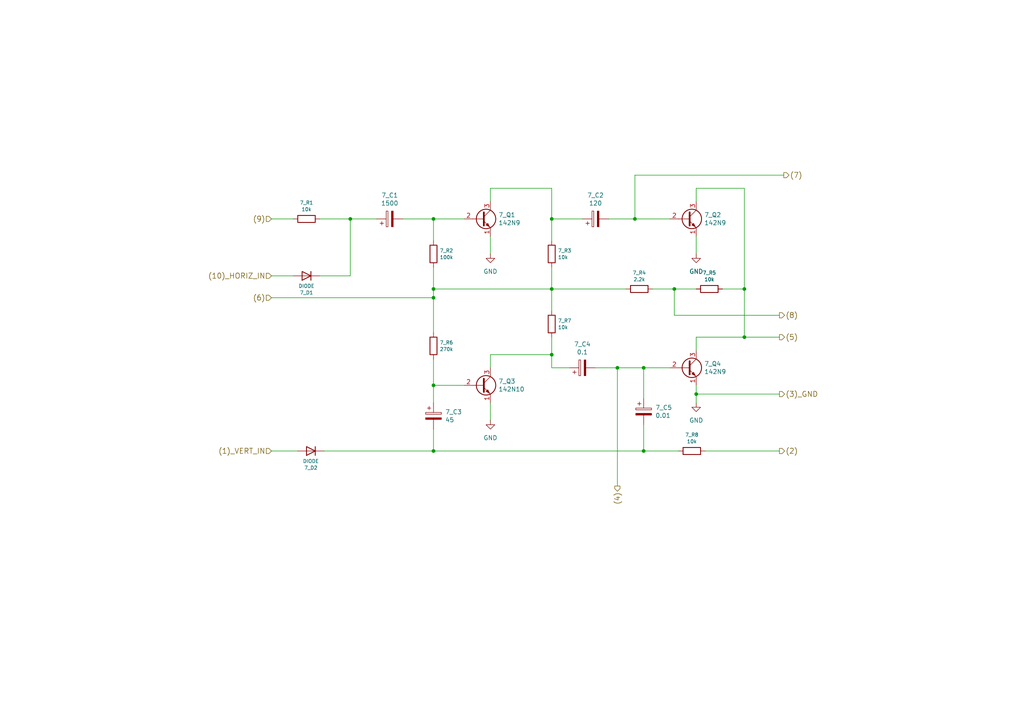
<source format=kicad_sch>
(kicad_sch (version 20250114) (generator "eeschema") (generator_version "9.0")
  (paper "A4")
  (lib_symbols
    (symbol "Device:C_Polarized" (pin_numbers (hide yes)) (pin_names (offset 0.254))
      (property "Reference" "C" (at 0.635 2.54 0))
      (property "Value" "C_Polarized" (at 0.635 -2.54 0))
      (symbol "C_Polarized_0_1"
        (rectangle (start -2.286 0.508) (end 2.286 1.016))
        (polyline (pts (xy -1.778 2.286) (xy -0.762 2.286)))
        (polyline (pts (xy -1.27 2.794) (xy -1.27 1.778)))
        (rectangle (start 2.286 -0.508) (end -2.286 -1.016) (fill (type outline)))
      )
      (symbol "C_Polarized_1_1"
        (pin passive line (at 0 3.81 270) (length 2.794) (name "~") (number "1"))
        (pin passive line (at 0 -3.81 90) (length 2.794) (name "~") (number "2"))
      )
    )
    (symbol "Device:D" (pin_numbers (hide yes)) (pin_names (offset 1.016) (hide yes))
      (property "Reference" "D" (at 0 2.54 0))
      (property "Value" "D" (at 0 -2.54 0))
      (symbol "D_0_1"
        (polyline (pts (xy -1.27 1.27) (xy -1.27 -1.27)) (stroke (width 0.254)))
        (polyline (pts (xy 1.27 1.27) (xy 1.27 -1.27) (xy -1.27 0) (xy 1.27 1.27)) (stroke (width 0.254)))
        (polyline (pts (xy 1.27 0) (xy -1.27 0)))
      )
      (symbol "D_1_1"
        (pin passive line (at -3.81 0 0) (length 2.54) (name "K") (number "1"))
        (pin passive line (at 3.81 0 180) (length 2.54) (name "A") (number "2"))
      )
    )
    (symbol "Device:R" (pin_numbers (hide yes)) (pin_names (offset 0))
      (property "Reference" "R" (at 2.032 0 90))
      (property "Value" "R" (at 0 0 90))
      (symbol "R_0_1"
        (rectangle (start -1.016 -2.54) (end 1.016 2.54) (stroke (width 0.254)))
      )
      (symbol "R_1_1"
        (pin passive line (at 0 3.81 270) (length 1.27) (name "~") (number "1"))
        (pin passive line (at 0 -3.81 90) (length 1.27) (name "~") (number "2"))
      )
    )
    (symbol "Transistor_BJT:Q_NPN_EBC" (pin_names (offset 0) (hide yes))
      (property "Reference" "Q" (at 5.08 1.27 0))
      (property "Value" "Q_NPN_EBC" (at 5.08 -1.27 0))
      (symbol "Q_NPN_EBC_0_1"
        (polyline (pts (xy -2.54 0) (xy 0.635 0)))
        (polyline (pts (xy 0.635 1.905) (xy 0.635 -1.905)) (stroke (width 0.508)))
        (circle (center 1.27 0) (radius 2.8194) (stroke (width 0.254)))
      )
      (symbol "Q_NPN_EBC_1_1"
        (polyline (pts (xy 0.635 0.635) (xy 2.54 2.54)))
        (polyline (pts (xy 0.635 -0.635) (xy 2.54 -2.54)))
        (polyline (pts (xy 1.27 -1.778) (xy 1.778 -1.27) (xy 2.286 -2.286) (xy 1.27 -1.778)) (fill (type outline)))
        (pin input line (at -5.08 0 0) (length 2.54) (name "B") (number "2"))
        (pin passive line (at 2.54 5.08 270) (length 2.54) (name "C") (number "3"))
        (pin passive line (at 2.54 -5.08 90) (length 2.54) (name "E") (number "1"))
      )
    )
    (symbol "power:GND" (power) (pin_numbers (hide yes)) (pin_names (offset 0) (hide yes))
      (property "Value" "GND" (at 0 -3.81 0))
      (symbol "GND_0_1"
        (polyline (pts (xy 0 0) (xy 0 -1.27) (xy 1.27 -1.27) (xy 0 -2.54) (xy -1.27 -1.27) (xy 0 -1.27)))
      )
      (symbol "GND_1_1"
        (pin power_in line (at 0 0 270) (length 0) (name "~") (number "1"))
      )
    )
  )
  (junction (at 179.07 106.68))
  (junction (at 101.6 63.5))
  (junction (at 160.02 83.82))
  (junction (at 125.73 130.81))
  (junction (at 186.69 106.68))
  (junction (at 186.69 130.81))
  (junction (at 184.15 63.5))
  (junction (at 160.02 63.5))
  (junction (at 215.9 97.79))
  (junction (at 201.93 114.3))
  (junction (at 125.73 63.5))
  (junction (at 215.9 83.82))
  (junction (at 160.02 102.87))
  (junction (at 195.58 83.82))
  (junction (at 125.73 86.36))
  (junction (at 125.73 111.76))
  (junction (at 125.73 83.82))
  (wire (pts (xy 160.02 83.82) (xy 160.02 90.17)))
  (wire (pts (xy 125.73 86.36) (xy 78.74 86.36)))
  (wire (pts (xy 176.53 63.5) (xy 184.15 63.5)))
  (wire (pts (xy 160.02 63.5) (xy 168.91 63.5)))
  (wire (pts (xy 204.47 130.81) (xy 226.06 130.81)))
  (wire (pts (xy 195.58 91.44) (xy 195.58 83.82)))
  (wire (pts (xy 125.73 104.14) (xy 125.73 111.76)))
  (wire (pts (xy 226.06 91.44) (xy 195.58 91.44)))
  (wire (pts (xy 226.06 114.3) (xy 201.93 114.3)))
  (wire (pts (xy 101.6 63.5) (xy 109.22 63.5)))
  (wire (pts (xy 201.93 114.3) (xy 201.93 116.84)))
  (wire (pts (xy 209.55 83.82) (xy 215.9 83.82)))
  (wire (pts (xy 142.24 54.61) (xy 160.02 54.61)))
  (wire (pts (xy 78.74 80.01) (xy 85.09 80.01)))
  (wire (pts (xy 125.73 124.46) (xy 125.73 130.81)))
  (wire (pts (xy 92.71 63.5) (xy 101.6 63.5)))
  (wire (pts (xy 92.71 80.01) (xy 101.6 80.01)))
  (wire (pts (xy 125.73 111.76) (xy 125.73 116.84)))
  (wire (pts (xy 93.98 130.81) (xy 125.73 130.81)))
  (wire (pts (xy 201.93 101.6) (xy 201.93 97.79)))
  (wire (pts (xy 78.74 63.5) (xy 85.09 63.5)))
  (wire (pts (xy 125.73 111.76) (xy 134.62 111.76)))
  (wire (pts (xy 184.15 63.5) (xy 194.31 63.5)))
  (wire (pts (xy 160.02 54.61) (xy 160.02 63.5)))
  (wire (pts (xy 125.73 63.5) (xy 134.62 63.5)))
  (wire (pts (xy 160.02 63.5) (xy 160.02 69.85)))
  (wire (pts (xy 179.07 140.97) (xy 179.07 106.68)))
  (wire (pts (xy 172.72 106.68) (xy 179.07 106.68)))
  (wire (pts (xy 160.02 106.68) (xy 160.02 102.87)))
  (wire (pts (xy 201.93 54.61) (xy 215.9 54.61)))
  (wire (pts (xy 215.9 54.61) (xy 215.9 83.82)))
  (wire (pts (xy 125.73 130.81) (xy 186.69 130.81)))
  (wire (pts (xy 160.02 83.82) (xy 181.61 83.82)))
  (wire (pts (xy 125.73 83.82) (xy 160.02 83.82)))
  (wire (pts (xy 125.73 86.36) (xy 125.73 96.52)))
  (wire (pts (xy 227.33 50.8) (xy 184.15 50.8)))
  (wire (pts (xy 160.02 77.47) (xy 160.02 83.82)))
  (wire (pts (xy 125.73 83.82) (xy 125.73 86.36)))
  (wire (pts (xy 142.24 58.42) (xy 142.24 54.61)))
  (wire (pts (xy 101.6 63.5) (xy 101.6 80.01)))
  (wire (pts (xy 186.69 106.68) (xy 194.31 106.68)))
  (wire (pts (xy 201.93 58.42) (xy 201.93 54.61)))
  (wire (pts (xy 215.9 97.79) (xy 226.06 97.79)))
  (wire (pts (xy 116.84 63.5) (xy 125.73 63.5)))
  (wire (pts (xy 184.15 50.8) (xy 184.15 63.5)))
  (wire (pts (xy 142.24 68.58) (xy 142.24 73.66)))
  (wire (pts (xy 142.24 106.68) (xy 142.24 102.87)))
  (wire (pts (xy 201.93 111.76) (xy 201.93 114.3)))
  (wire (pts (xy 125.73 77.47) (xy 125.73 83.82)))
  (wire (pts (xy 78.74 130.81) (xy 86.36 130.81)))
  (wire (pts (xy 186.69 106.68) (xy 186.69 115.57)))
  (wire (pts (xy 186.69 130.81) (xy 196.85 130.81)))
  (wire (pts (xy 195.58 83.82) (xy 201.93 83.82)))
  (wire (pts (xy 142.24 116.84) (xy 142.24 121.92)))
  (wire (pts (xy 160.02 106.68) (xy 165.1 106.68)))
  (wire (pts (xy 160.02 97.79) (xy 160.02 102.87)))
  (wire (pts (xy 201.93 97.79) (xy 215.9 97.79)))
  (wire (pts (xy 189.23 83.82) (xy 195.58 83.82)))
  (wire (pts (xy 125.73 63.5) (xy 125.73 69.85)))
  (wire (pts (xy 201.93 68.58) (xy 201.93 73.66)))
  (wire (pts (xy 179.07 106.68) (xy 186.69 106.68)))
  (wire (pts (xy 142.24 102.87) (xy 160.02 102.87)))
  (wire (pts (xy 215.9 83.82) (xy 215.9 97.79)))
  (wire (pts (xy 186.69 123.19) (xy 186.69 130.81)))
  (hierarchical_label "(6)" (shape input) (at 78.74 86.36 180) (effects (font (size 1.524 1.524))))
  (hierarchical_label "(9)" (shape input) (at 78.74 63.5 180) (effects (font (size 1.524 1.524))))
  (hierarchical_label "(1)_VERT_IN" (shape input) (at 78.74 130.81 180) (effects (font (size 1.524 1.524))))
  (hierarchical_label "(2)" (shape output) (at 226.06 130.81 0) (effects (font (size 1.524 1.524))))
  (hierarchical_label "(10)_HORIZ_IN" (shape input) (at 78.74 80.01 180) (effects (font (size 1.524 1.524))))
  (hierarchical_label "(5)" (shape output) (at 226.06 97.79 0) (effects (font (size 1.524 1.524))))
  (hierarchical_label "(7)" (shape output) (at 227.33 50.8 0) (effects (font (size 1.524 1.524))))
  (hierarchical_label "(8)" (shape output) (at 226.06 91.44 0) (effects (font (size 1.524 1.524))))
  (hierarchical_label "(4)" (shape output) (at 179.07 140.97 270) (effects (font (size 1.524 1.524))))
  (hierarchical_label "(3)_GND" (shape output) (at 226.06 114.3 0) (effects (font (size 1.524 1.524))))
  (symbol (lib_id "Device:C_Polarized") (at 168.91 106.68 90) (unit 1)
    (property "Reference" "6_C4" (at 168.91 99.822 90))
    (property "Value" "0.1" (at 168.91 102.1334 90))
    (property "Description" "Polarized capacitor" (effects (hide yes)))
    (instances (project "" (path "" (reference "7_C4") (unit 1)) (path "" (reference "8_C4") (unit 1)) (path "" (reference "6_C4") (unit 1))))
  )
  (symbol (lib_id "power:GND") (at 142.24 121.92 0) (unit 1)
    (property "Reference" "#PWR0902" (effects (hide yes)))
    (property "Value" "GND" (at 142.24 127 0))
    (property "Description" "Power symbol creates a global label with name \"GND\" , ground" (effects (hide yes)))
  )
  (symbol (lib_id "Device:C_Polarized") (at 113.03 63.5 90) (unit 1)
    (property "Reference" "6_C1" (at 113.03 56.642 90))
    (property "Value" "1500" (at 113.03 58.9534 90))
    (property "Description" "Polarized capacitor" (effects (hide yes)))
    (instances (project "" (path "" (reference "7_C1") (unit 1)) (path "" (reference "8_C1") (unit 1)) (path "" (reference "6_C1") (unit 1))))
  )
  (symbol (lib_id "Device:R") (at 205.74 83.82 90) (unit 1)
    (property "Reference" "6_R5" (at 205.74 79.121 90) (effects (font (size 1.016 1.016))))
    (property "Value" "10k" (at 205.74 81.0514 90) (effects (font (size 1.016 1.016))))
    (property "Description" "Resistor" (effects (hide yes)))
    (instances (project "" (path "" (reference "7_R5") (unit 1)) (path "" (reference "8_R5") (unit 1)) (path "" (reference "6_R5") (unit 1))))
  )
  (symbol (lib_id "Transistor_BJT:Q_NPN_EBC") (at 139.7 63.5 0) (unit 1)
    (property "Reference" "6_Q1" (at 144.5514 62.3316 0) (effects (justify left)))
    (property "Value" "142N9" (at 144.5514 64.643 0) (effects (justify left)))
    (property "Description" "NPN transistor, emitter/base/collector" (effects (hide yes)))
    (instances (project "" (path "" (reference "7_Q1") (unit 1)) (path "" (reference "8_Q1") (unit 1)) (path "" (reference "6_Q1") (unit 1))))
  )
  (symbol (lib_id "Device:R") (at 125.73 73.66 180) (unit 1)
    (property "Reference" "6_R2" (at 127.5334 72.6948 0) (effects (font (size 1.016 1.016)) (justify right)))
    (property "Value" "100k" (at 127.5334 74.6252 0) (effects (font (size 1.016 1.016)) (justify right)))
    (property "Description" "Resistor" (effects (hide yes)))
    (instances (project "" (path "" (reference "7_R2") (unit 1)) (path "" (reference "8_R2") (unit 1)) (path "" (reference "6_R2") (unit 1))))
  )
  (symbol (lib_id "Device:C_Polarized") (at 125.73 120.65 0) (unit 1)
    (property "Reference" "6_C3" (at 129.1082 119.4816 0) (effects (justify left)))
    (property "Value" "45" (at 129.1082 121.793 0) (effects (justify left)))
    (property "Description" "Polarized capacitor" (effects (hide yes)))
    (instances (project "" (path "" (reference "7_C3") (unit 1)) (path "" (reference "8_C3") (unit 1)) (path "" (reference "6_C3") (unit 1))))
  )
  (symbol (lib_id "Device:R") (at 160.02 73.66 180) (unit 1)
    (property "Reference" "6_R3" (at 161.8234 72.6948 0) (effects (font (size 1.016 1.016)) (justify right)))
    (property "Value" "10k" (at 161.8234 74.6252 0) (effects (font (size 1.016 1.016)) (justify right)))
    (property "Description" "Resistor" (effects (hide yes)))
    (instances (project "" (path "" (reference "7_R3") (unit 1)) (path "" (reference "8_R3") (unit 1)) (path "" (reference "6_R3") (unit 1))))
  )
  (symbol (lib_id "Device:D") (at 90.17 130.81 180) (unit 1)
    (property "Reference" "6_D2" (at 90.17 135.6868 0) (effects (font (size 1.016 1.016))))
    (property "Value" "DIODE" (at 90.17 133.7564 0) (effects (font (size 1.016 1.016))))
    (property "Description" "Diode" (effects (hide yes)))
    (property "Sim.Device" "D" (effects (hide yes)))
    (property "Sim.Pins" "1=K 2=A" (effects (hide yes)))
    (instances (project "" (path "" (reference "7_D2") (unit 1)) (path "" (reference "8_D2") (unit 1)) (path "" (reference "6_D2") (unit 1))))
  )
  (symbol (lib_id "Device:D") (at 88.9 80.01 180) (unit 1)
    (property "Reference" "6_D1" (at 88.9 84.8868 0) (effects (font (size 1.016 1.016))))
    (property "Value" "DIODE" (at 88.9 82.9564 0) (effects (font (size 1.016 1.016))))
    (property "Description" "Diode" (effects (hide yes)))
    (property "Sim.Device" "D" (effects (hide yes)))
    (property "Sim.Pins" "1=K 2=A" (effects (hide yes)))
    (instances (project "" (path "" (reference "7_D1") (unit 1)) (path "" (reference "8_D1") (unit 1)) (path "" (reference "6_D1") (unit 1))))
  )
  (symbol (lib_id "Device:R") (at 125.73 100.33 180) (unit 1)
    (property "Reference" "6_R6" (at 127.5334 99.3648 0) (effects (font (size 1.016 1.016)) (justify right)))
    (property "Value" "270k" (at 127.5334 101.2952 0) (effects (font (size 1.016 1.016)) (justify right)))
    (property "Description" "Resistor" (effects (hide yes)))
    (instances (project "" (path "" (reference "7_R6") (unit 1)) (path "" (reference "8_R6") (unit 1)) (path "" (reference "6_R6") (unit 1))))
  )
  (symbol (lib_id "Device:R") (at 185.42 83.82 90) (unit 1)
    (property "Reference" "6_R4" (at 185.42 79.121 90) (effects (font (size 1.016 1.016))))
    (property "Value" "2.2k" (at 185.42 81.0514 90) (effects (font (size 1.016 1.016))))
    (property "Description" "Resistor" (effects (hide yes)))
    (instances (project "" (path "" (reference "7_R4") (unit 1)) (path "" (reference "8_R4") (unit 1)) (path "" (reference "6_R4") (unit 1))))
  )
  (symbol (lib_id "power:GND") (at 201.93 73.66 0) (unit 1)
    (property "Reference" "#PWR0903" (effects (hide yes)))
    (property "Value" "GND" (at 201.93 78.74 0))
    (property "Description" "Power symbol creates a global label with name \"GND\" , ground" (effects (hide yes)))
  )
  (symbol (lib_id "Transistor_BJT:Q_NPN_EBC") (at 139.7 111.76 0) (unit 1)
    (property "Reference" "6_Q3" (at 144.5514 110.5916 0) (effects (justify left)))
    (property "Value" "142N10" (at 144.5514 112.903 0) (effects (justify left)))
    (property "Description" "NPN transistor, emitter/base/collector" (effects (hide yes)))
    (instances (project "" (path "" (reference "7_Q3") (unit 1)) (path "" (reference "8_Q3") (unit 1)) (path "" (reference "6_Q3") (unit 1))))
  )
  (symbol (lib_id "Device:R") (at 160.02 93.98 180) (unit 1)
    (property "Reference" "6_R7" (at 161.8234 93.0148 0) (effects (font (size 1.016 1.016)) (justify right)))
    (property "Value" "10k" (at 161.8234 94.9452 0) (effects (font (size 1.016 1.016)) (justify right)))
    (property "Description" "Resistor" (effects (hide yes)))
    (instances (project "" (path "" (reference "7_R7") (unit 1)) (path "" (reference "8_R7") (unit 1)) (path "" (reference "6_R7") (unit 1))))
  )
  (symbol (lib_id "Transistor_BJT:Q_NPN_EBC") (at 199.39 106.68 0) (unit 1)
    (property "Reference" "6_Q4" (at 204.2414 105.5116 0) (effects (justify left)))
    (property "Value" "142N9" (at 204.2414 107.823 0) (effects (justify left)))
    (property "Description" "NPN transistor, emitter/base/collector" (effects (hide yes)))
    (instances (project "" (path "" (reference "7_Q4") (unit 1)) (path "" (reference "8_Q4") (unit 1)) (path "" (reference "6_Q4") (unit 1))))
  )
  (symbol (lib_id "power:GND") (at 201.93 116.84 0) (unit 1)
    (property "Reference" "#PWR0904" (effects (hide yes)))
    (property "Value" "GND" (at 201.93 121.92 0))
    (property "Description" "Power symbol creates a global label with name \"GND\" , ground" (effects (hide yes)))
  )
  (symbol (lib_id "Device:C_Polarized") (at 172.72 63.5 90) (unit 1)
    (property "Reference" "6_C2" (at 172.72 56.642 90))
    (property "Value" "120" (at 172.72 58.9534 90))
    (property "Description" "Polarized capacitor" (effects (hide yes)))
    (instances (project "" (path "" (reference "7_C2") (unit 1)) (path "" (reference "8_C2") (unit 1)) (path "" (reference "6_C2") (unit 1))))
  )
  (symbol (lib_id "Device:R") (at 88.9 63.5 270) (unit 1)
    (property "Reference" "6_R1" (at 88.9 58.801 90) (effects (font (size 1.016 1.016))))
    (property "Value" "10k" (at 88.9 60.7314 90) (effects (font (size 1.016 1.016))))
    (property "Description" "Resistor" (effects (hide yes)))
    (instances (project "" (path "" (reference "7_R1") (unit 1)) (path "" (reference "8_R1") (unit 1)) (path "" (reference "6_R1") (unit 1))))
  )
  (symbol (lib_id "Transistor_BJT:Q_NPN_EBC") (at 199.39 63.5 0) (unit 1)
    (property "Reference" "6_Q2" (at 204.2414 62.3316 0) (effects (justify left)))
    (property "Value" "142N9" (at 204.2414 64.643 0) (effects (justify left)))
    (property "Description" "NPN transistor, emitter/base/collector" (effects (hide yes)))
    (instances (project "" (path "" (reference "7_Q2") (unit 1)) (path "" (reference "8_Q2") (unit 1)) (path "" (reference "6_Q2") (unit 1))))
  )
  (symbol (lib_id "power:GND") (at 142.24 73.66 0) (unit 1)
    (property "Reference" "#PWR0901" (effects (hide yes)))
    (property "Value" "GND" (at 142.24 78.74 0))
    (property "Description" "Power symbol creates a global label with name \"GND\" , ground" (effects (hide yes)))
  )
  (symbol (lib_id "Device:R") (at 200.66 130.81 90) (unit 1)
    (property "Reference" "6_R8" (at 200.66 126.111 90) (effects (font (size 1.016 1.016))))
    (property "Value" "10k" (at 200.66 128.0414 90) (effects (font (size 1.016 1.016))))
    (property "Description" "Resistor" (effects (hide yes)))
    (instances (project "" (path "" (reference "7_R8") (unit 1)) (path "" (reference "8_R8") (unit 1)) (path "" (reference "6_R8") (unit 1))))
  )
  (symbol (lib_id "Device:C_Polarized") (at 186.69 119.38 0) (unit 1)
    (property "Reference" "6_C5" (at 190.0682 118.2116 0) (effects (justify left)))
    (property "Value" "0.01" (at 190.0682 120.523 0) (effects (justify left)))
    (property "Description" "Polarized capacitor" (effects (hide yes)))
    (instances (project "" (path "" (reference "7_C5") (unit 1)) (path "" (reference "8_C5") (unit 1)) (path "" (reference "6_C5") (unit 1))))
  )
)
</source>
